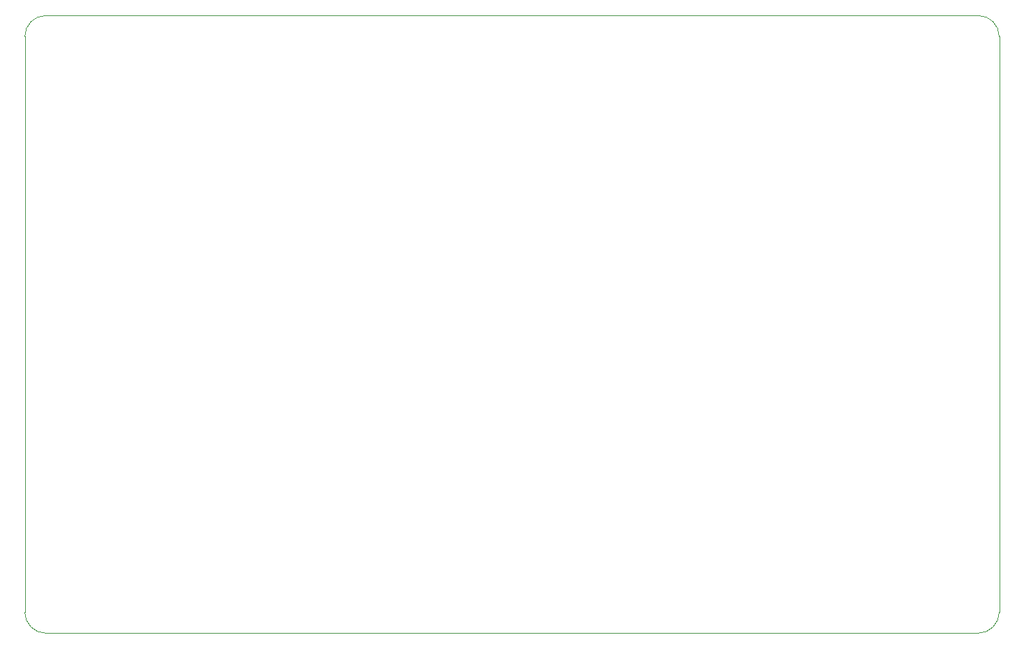
<source format=gbr>
G04 #@! TF.FileFunction,Profile,NP*
%FSLAX46Y46*%
G04 Gerber Fmt 4.6, Leading zero omitted, Abs format (unit mm)*
G04 Created by KiCad (PCBNEW 4.0.6) date 07/02/17 15:03:01*
%MOMM*%
%LPD*%
G01*
G04 APERTURE LIST*
%ADD10C,0.100000*%
G04 APERTURE END LIST*
D10*
X87630000Y-119380000D02*
G75*
G03X90170000Y-121920000I2540000J0D01*
G01*
X205740000Y-49530000D02*
G75*
G03X203200000Y-46990000I-2540000J0D01*
G01*
X90170000Y-121920000D02*
X203200000Y-121920000D01*
X203200000Y-121920000D02*
G75*
G03X205740000Y-119380000I0J2540000D01*
G01*
X90170000Y-46990000D02*
G75*
G03X87630000Y-49530000I0J-2540000D01*
G01*
X90170000Y-46990000D02*
X203200000Y-46990000D01*
X87630000Y-119380000D02*
X87630000Y-49530000D01*
X205740000Y-49530000D02*
X205740000Y-119380000D01*
M02*

</source>
